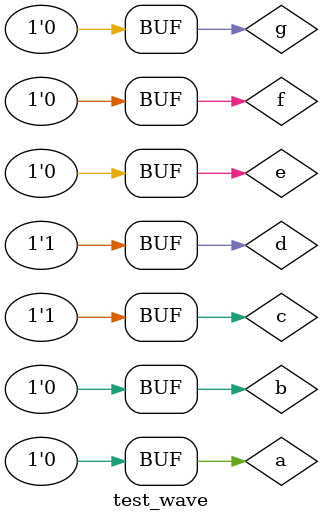
<source format=v>
module test_wave;
    reg a, b, c, d;
    wire e, g, f;

    or #(2, 3) (e, a, b);
    and #(4, 1) (f, e, c);
    nor #(5, 2) (g, f, d);

    initial begin
        a = 1'b1;
        b = 1'b0;
        c = 1'b0;
        d = 1'b1;
        #2
        a = 1'b0;
        c = 1'b1;
        d = 1'b0;
        #1
        b = 1'b1;
        #3
        b = 1'b0;
        #3
        a = 1'b1;
        #3
        a = 1'b0;
        b = 1'b0;
        #4
        d = 1'b1;
    end
endmodule
</source>
